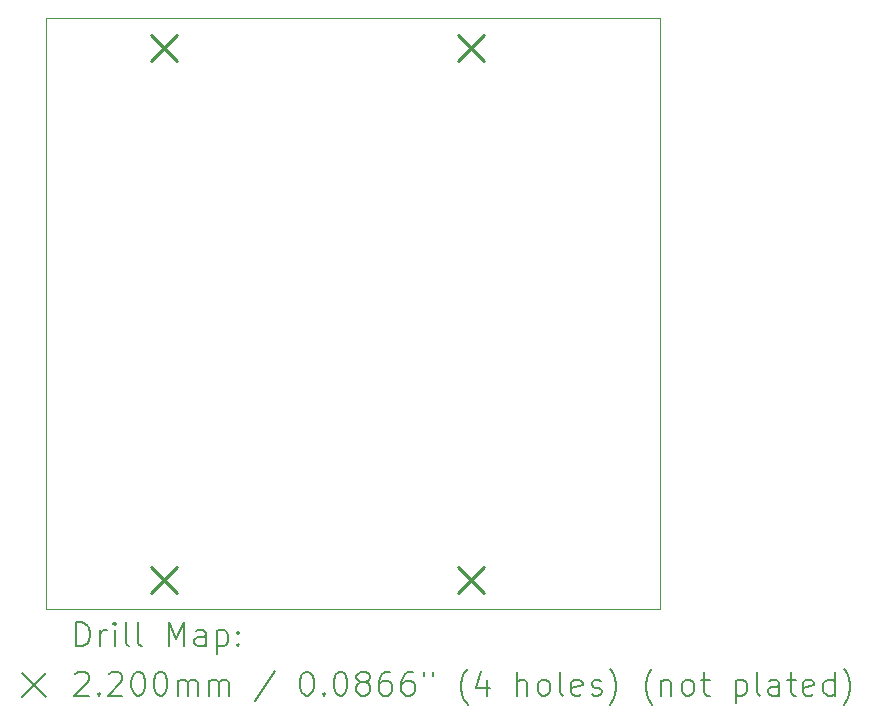
<source format=gbr>
%TF.GenerationSoftware,KiCad,Pcbnew,7.0.5*%
%TF.CreationDate,2023-07-17T11:59:49-04:00*%
%TF.ProjectId,Tadpole,54616470-6f6c-4652-9e6b-696361645f70,rev?*%
%TF.SameCoordinates,Original*%
%TF.FileFunction,Drillmap*%
%TF.FilePolarity,Positive*%
%FSLAX45Y45*%
G04 Gerber Fmt 4.5, Leading zero omitted, Abs format (unit mm)*
G04 Created by KiCad (PCBNEW 7.0.5) date 2023-07-17 11:59:49*
%MOMM*%
%LPD*%
G01*
G04 APERTURE LIST*
%ADD10C,0.100000*%
%ADD11C,0.200000*%
%ADD12C,0.220000*%
G04 APERTURE END LIST*
D10*
X11201400Y-7146280D02*
X16401400Y-7146280D01*
X16401400Y-12146280D01*
X11201400Y-12146280D01*
X11201400Y-7146280D01*
D11*
D12*
X12090000Y-7290000D02*
X12310000Y-7510000D01*
X12310000Y-7290000D02*
X12090000Y-7510000D01*
X12090000Y-11790000D02*
X12310000Y-12010000D01*
X12310000Y-11790000D02*
X12090000Y-12010000D01*
X14690000Y-7290000D02*
X14910000Y-7510000D01*
X14910000Y-7290000D02*
X14690000Y-7510000D01*
X14690000Y-11790000D02*
X14910000Y-12010000D01*
X14910000Y-11790000D02*
X14690000Y-12010000D01*
D11*
X11457177Y-12462764D02*
X11457177Y-12262764D01*
X11457177Y-12262764D02*
X11504796Y-12262764D01*
X11504796Y-12262764D02*
X11533367Y-12272288D01*
X11533367Y-12272288D02*
X11552415Y-12291335D01*
X11552415Y-12291335D02*
X11561939Y-12310383D01*
X11561939Y-12310383D02*
X11571462Y-12348478D01*
X11571462Y-12348478D02*
X11571462Y-12377049D01*
X11571462Y-12377049D02*
X11561939Y-12415145D01*
X11561939Y-12415145D02*
X11552415Y-12434192D01*
X11552415Y-12434192D02*
X11533367Y-12453240D01*
X11533367Y-12453240D02*
X11504796Y-12462764D01*
X11504796Y-12462764D02*
X11457177Y-12462764D01*
X11657177Y-12462764D02*
X11657177Y-12329430D01*
X11657177Y-12367526D02*
X11666701Y-12348478D01*
X11666701Y-12348478D02*
X11676224Y-12338954D01*
X11676224Y-12338954D02*
X11695272Y-12329430D01*
X11695272Y-12329430D02*
X11714320Y-12329430D01*
X11780986Y-12462764D02*
X11780986Y-12329430D01*
X11780986Y-12262764D02*
X11771462Y-12272288D01*
X11771462Y-12272288D02*
X11780986Y-12281811D01*
X11780986Y-12281811D02*
X11790510Y-12272288D01*
X11790510Y-12272288D02*
X11780986Y-12262764D01*
X11780986Y-12262764D02*
X11780986Y-12281811D01*
X11904796Y-12462764D02*
X11885748Y-12453240D01*
X11885748Y-12453240D02*
X11876224Y-12434192D01*
X11876224Y-12434192D02*
X11876224Y-12262764D01*
X12009558Y-12462764D02*
X11990510Y-12453240D01*
X11990510Y-12453240D02*
X11980986Y-12434192D01*
X11980986Y-12434192D02*
X11980986Y-12262764D01*
X12238129Y-12462764D02*
X12238129Y-12262764D01*
X12238129Y-12262764D02*
X12304796Y-12405621D01*
X12304796Y-12405621D02*
X12371462Y-12262764D01*
X12371462Y-12262764D02*
X12371462Y-12462764D01*
X12552415Y-12462764D02*
X12552415Y-12358002D01*
X12552415Y-12358002D02*
X12542891Y-12338954D01*
X12542891Y-12338954D02*
X12523843Y-12329430D01*
X12523843Y-12329430D02*
X12485748Y-12329430D01*
X12485748Y-12329430D02*
X12466701Y-12338954D01*
X12552415Y-12453240D02*
X12533367Y-12462764D01*
X12533367Y-12462764D02*
X12485748Y-12462764D01*
X12485748Y-12462764D02*
X12466701Y-12453240D01*
X12466701Y-12453240D02*
X12457177Y-12434192D01*
X12457177Y-12434192D02*
X12457177Y-12415145D01*
X12457177Y-12415145D02*
X12466701Y-12396097D01*
X12466701Y-12396097D02*
X12485748Y-12386573D01*
X12485748Y-12386573D02*
X12533367Y-12386573D01*
X12533367Y-12386573D02*
X12552415Y-12377049D01*
X12647653Y-12329430D02*
X12647653Y-12529430D01*
X12647653Y-12338954D02*
X12666701Y-12329430D01*
X12666701Y-12329430D02*
X12704796Y-12329430D01*
X12704796Y-12329430D02*
X12723843Y-12338954D01*
X12723843Y-12338954D02*
X12733367Y-12348478D01*
X12733367Y-12348478D02*
X12742891Y-12367526D01*
X12742891Y-12367526D02*
X12742891Y-12424668D01*
X12742891Y-12424668D02*
X12733367Y-12443716D01*
X12733367Y-12443716D02*
X12723843Y-12453240D01*
X12723843Y-12453240D02*
X12704796Y-12462764D01*
X12704796Y-12462764D02*
X12666701Y-12462764D01*
X12666701Y-12462764D02*
X12647653Y-12453240D01*
X12828605Y-12443716D02*
X12838129Y-12453240D01*
X12838129Y-12453240D02*
X12828605Y-12462764D01*
X12828605Y-12462764D02*
X12819082Y-12453240D01*
X12819082Y-12453240D02*
X12828605Y-12443716D01*
X12828605Y-12443716D02*
X12828605Y-12462764D01*
X12828605Y-12338954D02*
X12838129Y-12348478D01*
X12838129Y-12348478D02*
X12828605Y-12358002D01*
X12828605Y-12358002D02*
X12819082Y-12348478D01*
X12819082Y-12348478D02*
X12828605Y-12338954D01*
X12828605Y-12338954D02*
X12828605Y-12358002D01*
X10996400Y-12691280D02*
X11196400Y-12891280D01*
X11196400Y-12691280D02*
X10996400Y-12891280D01*
X11447653Y-12701811D02*
X11457177Y-12692288D01*
X11457177Y-12692288D02*
X11476224Y-12682764D01*
X11476224Y-12682764D02*
X11523843Y-12682764D01*
X11523843Y-12682764D02*
X11542891Y-12692288D01*
X11542891Y-12692288D02*
X11552415Y-12701811D01*
X11552415Y-12701811D02*
X11561939Y-12720859D01*
X11561939Y-12720859D02*
X11561939Y-12739907D01*
X11561939Y-12739907D02*
X11552415Y-12768478D01*
X11552415Y-12768478D02*
X11438129Y-12882764D01*
X11438129Y-12882764D02*
X11561939Y-12882764D01*
X11647653Y-12863716D02*
X11657177Y-12873240D01*
X11657177Y-12873240D02*
X11647653Y-12882764D01*
X11647653Y-12882764D02*
X11638129Y-12873240D01*
X11638129Y-12873240D02*
X11647653Y-12863716D01*
X11647653Y-12863716D02*
X11647653Y-12882764D01*
X11733367Y-12701811D02*
X11742891Y-12692288D01*
X11742891Y-12692288D02*
X11761939Y-12682764D01*
X11761939Y-12682764D02*
X11809558Y-12682764D01*
X11809558Y-12682764D02*
X11828605Y-12692288D01*
X11828605Y-12692288D02*
X11838129Y-12701811D01*
X11838129Y-12701811D02*
X11847653Y-12720859D01*
X11847653Y-12720859D02*
X11847653Y-12739907D01*
X11847653Y-12739907D02*
X11838129Y-12768478D01*
X11838129Y-12768478D02*
X11723843Y-12882764D01*
X11723843Y-12882764D02*
X11847653Y-12882764D01*
X11971462Y-12682764D02*
X11990510Y-12682764D01*
X11990510Y-12682764D02*
X12009558Y-12692288D01*
X12009558Y-12692288D02*
X12019082Y-12701811D01*
X12019082Y-12701811D02*
X12028605Y-12720859D01*
X12028605Y-12720859D02*
X12038129Y-12758954D01*
X12038129Y-12758954D02*
X12038129Y-12806573D01*
X12038129Y-12806573D02*
X12028605Y-12844668D01*
X12028605Y-12844668D02*
X12019082Y-12863716D01*
X12019082Y-12863716D02*
X12009558Y-12873240D01*
X12009558Y-12873240D02*
X11990510Y-12882764D01*
X11990510Y-12882764D02*
X11971462Y-12882764D01*
X11971462Y-12882764D02*
X11952415Y-12873240D01*
X11952415Y-12873240D02*
X11942891Y-12863716D01*
X11942891Y-12863716D02*
X11933367Y-12844668D01*
X11933367Y-12844668D02*
X11923843Y-12806573D01*
X11923843Y-12806573D02*
X11923843Y-12758954D01*
X11923843Y-12758954D02*
X11933367Y-12720859D01*
X11933367Y-12720859D02*
X11942891Y-12701811D01*
X11942891Y-12701811D02*
X11952415Y-12692288D01*
X11952415Y-12692288D02*
X11971462Y-12682764D01*
X12161939Y-12682764D02*
X12180986Y-12682764D01*
X12180986Y-12682764D02*
X12200034Y-12692288D01*
X12200034Y-12692288D02*
X12209558Y-12701811D01*
X12209558Y-12701811D02*
X12219082Y-12720859D01*
X12219082Y-12720859D02*
X12228605Y-12758954D01*
X12228605Y-12758954D02*
X12228605Y-12806573D01*
X12228605Y-12806573D02*
X12219082Y-12844668D01*
X12219082Y-12844668D02*
X12209558Y-12863716D01*
X12209558Y-12863716D02*
X12200034Y-12873240D01*
X12200034Y-12873240D02*
X12180986Y-12882764D01*
X12180986Y-12882764D02*
X12161939Y-12882764D01*
X12161939Y-12882764D02*
X12142891Y-12873240D01*
X12142891Y-12873240D02*
X12133367Y-12863716D01*
X12133367Y-12863716D02*
X12123843Y-12844668D01*
X12123843Y-12844668D02*
X12114320Y-12806573D01*
X12114320Y-12806573D02*
X12114320Y-12758954D01*
X12114320Y-12758954D02*
X12123843Y-12720859D01*
X12123843Y-12720859D02*
X12133367Y-12701811D01*
X12133367Y-12701811D02*
X12142891Y-12692288D01*
X12142891Y-12692288D02*
X12161939Y-12682764D01*
X12314320Y-12882764D02*
X12314320Y-12749430D01*
X12314320Y-12768478D02*
X12323843Y-12758954D01*
X12323843Y-12758954D02*
X12342891Y-12749430D01*
X12342891Y-12749430D02*
X12371463Y-12749430D01*
X12371463Y-12749430D02*
X12390510Y-12758954D01*
X12390510Y-12758954D02*
X12400034Y-12778002D01*
X12400034Y-12778002D02*
X12400034Y-12882764D01*
X12400034Y-12778002D02*
X12409558Y-12758954D01*
X12409558Y-12758954D02*
X12428605Y-12749430D01*
X12428605Y-12749430D02*
X12457177Y-12749430D01*
X12457177Y-12749430D02*
X12476224Y-12758954D01*
X12476224Y-12758954D02*
X12485748Y-12778002D01*
X12485748Y-12778002D02*
X12485748Y-12882764D01*
X12580986Y-12882764D02*
X12580986Y-12749430D01*
X12580986Y-12768478D02*
X12590510Y-12758954D01*
X12590510Y-12758954D02*
X12609558Y-12749430D01*
X12609558Y-12749430D02*
X12638129Y-12749430D01*
X12638129Y-12749430D02*
X12657177Y-12758954D01*
X12657177Y-12758954D02*
X12666701Y-12778002D01*
X12666701Y-12778002D02*
X12666701Y-12882764D01*
X12666701Y-12778002D02*
X12676224Y-12758954D01*
X12676224Y-12758954D02*
X12695272Y-12749430D01*
X12695272Y-12749430D02*
X12723843Y-12749430D01*
X12723843Y-12749430D02*
X12742891Y-12758954D01*
X12742891Y-12758954D02*
X12752415Y-12778002D01*
X12752415Y-12778002D02*
X12752415Y-12882764D01*
X13142891Y-12673240D02*
X12971463Y-12930383D01*
X13400034Y-12682764D02*
X13419082Y-12682764D01*
X13419082Y-12682764D02*
X13438129Y-12692288D01*
X13438129Y-12692288D02*
X13447653Y-12701811D01*
X13447653Y-12701811D02*
X13457177Y-12720859D01*
X13457177Y-12720859D02*
X13466701Y-12758954D01*
X13466701Y-12758954D02*
X13466701Y-12806573D01*
X13466701Y-12806573D02*
X13457177Y-12844668D01*
X13457177Y-12844668D02*
X13447653Y-12863716D01*
X13447653Y-12863716D02*
X13438129Y-12873240D01*
X13438129Y-12873240D02*
X13419082Y-12882764D01*
X13419082Y-12882764D02*
X13400034Y-12882764D01*
X13400034Y-12882764D02*
X13380986Y-12873240D01*
X13380986Y-12873240D02*
X13371463Y-12863716D01*
X13371463Y-12863716D02*
X13361939Y-12844668D01*
X13361939Y-12844668D02*
X13352415Y-12806573D01*
X13352415Y-12806573D02*
X13352415Y-12758954D01*
X13352415Y-12758954D02*
X13361939Y-12720859D01*
X13361939Y-12720859D02*
X13371463Y-12701811D01*
X13371463Y-12701811D02*
X13380986Y-12692288D01*
X13380986Y-12692288D02*
X13400034Y-12682764D01*
X13552415Y-12863716D02*
X13561939Y-12873240D01*
X13561939Y-12873240D02*
X13552415Y-12882764D01*
X13552415Y-12882764D02*
X13542891Y-12873240D01*
X13542891Y-12873240D02*
X13552415Y-12863716D01*
X13552415Y-12863716D02*
X13552415Y-12882764D01*
X13685748Y-12682764D02*
X13704796Y-12682764D01*
X13704796Y-12682764D02*
X13723844Y-12692288D01*
X13723844Y-12692288D02*
X13733367Y-12701811D01*
X13733367Y-12701811D02*
X13742891Y-12720859D01*
X13742891Y-12720859D02*
X13752415Y-12758954D01*
X13752415Y-12758954D02*
X13752415Y-12806573D01*
X13752415Y-12806573D02*
X13742891Y-12844668D01*
X13742891Y-12844668D02*
X13733367Y-12863716D01*
X13733367Y-12863716D02*
X13723844Y-12873240D01*
X13723844Y-12873240D02*
X13704796Y-12882764D01*
X13704796Y-12882764D02*
X13685748Y-12882764D01*
X13685748Y-12882764D02*
X13666701Y-12873240D01*
X13666701Y-12873240D02*
X13657177Y-12863716D01*
X13657177Y-12863716D02*
X13647653Y-12844668D01*
X13647653Y-12844668D02*
X13638129Y-12806573D01*
X13638129Y-12806573D02*
X13638129Y-12758954D01*
X13638129Y-12758954D02*
X13647653Y-12720859D01*
X13647653Y-12720859D02*
X13657177Y-12701811D01*
X13657177Y-12701811D02*
X13666701Y-12692288D01*
X13666701Y-12692288D02*
X13685748Y-12682764D01*
X13866701Y-12768478D02*
X13847653Y-12758954D01*
X13847653Y-12758954D02*
X13838129Y-12749430D01*
X13838129Y-12749430D02*
X13828606Y-12730383D01*
X13828606Y-12730383D02*
X13828606Y-12720859D01*
X13828606Y-12720859D02*
X13838129Y-12701811D01*
X13838129Y-12701811D02*
X13847653Y-12692288D01*
X13847653Y-12692288D02*
X13866701Y-12682764D01*
X13866701Y-12682764D02*
X13904796Y-12682764D01*
X13904796Y-12682764D02*
X13923844Y-12692288D01*
X13923844Y-12692288D02*
X13933367Y-12701811D01*
X13933367Y-12701811D02*
X13942891Y-12720859D01*
X13942891Y-12720859D02*
X13942891Y-12730383D01*
X13942891Y-12730383D02*
X13933367Y-12749430D01*
X13933367Y-12749430D02*
X13923844Y-12758954D01*
X13923844Y-12758954D02*
X13904796Y-12768478D01*
X13904796Y-12768478D02*
X13866701Y-12768478D01*
X13866701Y-12768478D02*
X13847653Y-12778002D01*
X13847653Y-12778002D02*
X13838129Y-12787526D01*
X13838129Y-12787526D02*
X13828606Y-12806573D01*
X13828606Y-12806573D02*
X13828606Y-12844668D01*
X13828606Y-12844668D02*
X13838129Y-12863716D01*
X13838129Y-12863716D02*
X13847653Y-12873240D01*
X13847653Y-12873240D02*
X13866701Y-12882764D01*
X13866701Y-12882764D02*
X13904796Y-12882764D01*
X13904796Y-12882764D02*
X13923844Y-12873240D01*
X13923844Y-12873240D02*
X13933367Y-12863716D01*
X13933367Y-12863716D02*
X13942891Y-12844668D01*
X13942891Y-12844668D02*
X13942891Y-12806573D01*
X13942891Y-12806573D02*
X13933367Y-12787526D01*
X13933367Y-12787526D02*
X13923844Y-12778002D01*
X13923844Y-12778002D02*
X13904796Y-12768478D01*
X14114320Y-12682764D02*
X14076225Y-12682764D01*
X14076225Y-12682764D02*
X14057177Y-12692288D01*
X14057177Y-12692288D02*
X14047653Y-12701811D01*
X14047653Y-12701811D02*
X14028606Y-12730383D01*
X14028606Y-12730383D02*
X14019082Y-12768478D01*
X14019082Y-12768478D02*
X14019082Y-12844668D01*
X14019082Y-12844668D02*
X14028606Y-12863716D01*
X14028606Y-12863716D02*
X14038129Y-12873240D01*
X14038129Y-12873240D02*
X14057177Y-12882764D01*
X14057177Y-12882764D02*
X14095272Y-12882764D01*
X14095272Y-12882764D02*
X14114320Y-12873240D01*
X14114320Y-12873240D02*
X14123844Y-12863716D01*
X14123844Y-12863716D02*
X14133367Y-12844668D01*
X14133367Y-12844668D02*
X14133367Y-12797049D01*
X14133367Y-12797049D02*
X14123844Y-12778002D01*
X14123844Y-12778002D02*
X14114320Y-12768478D01*
X14114320Y-12768478D02*
X14095272Y-12758954D01*
X14095272Y-12758954D02*
X14057177Y-12758954D01*
X14057177Y-12758954D02*
X14038129Y-12768478D01*
X14038129Y-12768478D02*
X14028606Y-12778002D01*
X14028606Y-12778002D02*
X14019082Y-12797049D01*
X14304796Y-12682764D02*
X14266701Y-12682764D01*
X14266701Y-12682764D02*
X14247653Y-12692288D01*
X14247653Y-12692288D02*
X14238129Y-12701811D01*
X14238129Y-12701811D02*
X14219082Y-12730383D01*
X14219082Y-12730383D02*
X14209558Y-12768478D01*
X14209558Y-12768478D02*
X14209558Y-12844668D01*
X14209558Y-12844668D02*
X14219082Y-12863716D01*
X14219082Y-12863716D02*
X14228606Y-12873240D01*
X14228606Y-12873240D02*
X14247653Y-12882764D01*
X14247653Y-12882764D02*
X14285748Y-12882764D01*
X14285748Y-12882764D02*
X14304796Y-12873240D01*
X14304796Y-12873240D02*
X14314320Y-12863716D01*
X14314320Y-12863716D02*
X14323844Y-12844668D01*
X14323844Y-12844668D02*
X14323844Y-12797049D01*
X14323844Y-12797049D02*
X14314320Y-12778002D01*
X14314320Y-12778002D02*
X14304796Y-12768478D01*
X14304796Y-12768478D02*
X14285748Y-12758954D01*
X14285748Y-12758954D02*
X14247653Y-12758954D01*
X14247653Y-12758954D02*
X14228606Y-12768478D01*
X14228606Y-12768478D02*
X14219082Y-12778002D01*
X14219082Y-12778002D02*
X14209558Y-12797049D01*
X14400034Y-12682764D02*
X14400034Y-12720859D01*
X14476225Y-12682764D02*
X14476225Y-12720859D01*
X14771463Y-12958954D02*
X14761939Y-12949430D01*
X14761939Y-12949430D02*
X14742891Y-12920859D01*
X14742891Y-12920859D02*
X14733368Y-12901811D01*
X14733368Y-12901811D02*
X14723844Y-12873240D01*
X14723844Y-12873240D02*
X14714320Y-12825621D01*
X14714320Y-12825621D02*
X14714320Y-12787526D01*
X14714320Y-12787526D02*
X14723844Y-12739907D01*
X14723844Y-12739907D02*
X14733368Y-12711335D01*
X14733368Y-12711335D02*
X14742891Y-12692288D01*
X14742891Y-12692288D02*
X14761939Y-12663716D01*
X14761939Y-12663716D02*
X14771463Y-12654192D01*
X14933368Y-12749430D02*
X14933368Y-12882764D01*
X14885748Y-12673240D02*
X14838129Y-12816097D01*
X14838129Y-12816097D02*
X14961939Y-12816097D01*
X15190510Y-12882764D02*
X15190510Y-12682764D01*
X15276225Y-12882764D02*
X15276225Y-12778002D01*
X15276225Y-12778002D02*
X15266701Y-12758954D01*
X15266701Y-12758954D02*
X15247653Y-12749430D01*
X15247653Y-12749430D02*
X15219082Y-12749430D01*
X15219082Y-12749430D02*
X15200034Y-12758954D01*
X15200034Y-12758954D02*
X15190510Y-12768478D01*
X15400034Y-12882764D02*
X15380987Y-12873240D01*
X15380987Y-12873240D02*
X15371463Y-12863716D01*
X15371463Y-12863716D02*
X15361939Y-12844668D01*
X15361939Y-12844668D02*
X15361939Y-12787526D01*
X15361939Y-12787526D02*
X15371463Y-12768478D01*
X15371463Y-12768478D02*
X15380987Y-12758954D01*
X15380987Y-12758954D02*
X15400034Y-12749430D01*
X15400034Y-12749430D02*
X15428606Y-12749430D01*
X15428606Y-12749430D02*
X15447653Y-12758954D01*
X15447653Y-12758954D02*
X15457177Y-12768478D01*
X15457177Y-12768478D02*
X15466701Y-12787526D01*
X15466701Y-12787526D02*
X15466701Y-12844668D01*
X15466701Y-12844668D02*
X15457177Y-12863716D01*
X15457177Y-12863716D02*
X15447653Y-12873240D01*
X15447653Y-12873240D02*
X15428606Y-12882764D01*
X15428606Y-12882764D02*
X15400034Y-12882764D01*
X15580987Y-12882764D02*
X15561939Y-12873240D01*
X15561939Y-12873240D02*
X15552415Y-12854192D01*
X15552415Y-12854192D02*
X15552415Y-12682764D01*
X15733368Y-12873240D02*
X15714320Y-12882764D01*
X15714320Y-12882764D02*
X15676225Y-12882764D01*
X15676225Y-12882764D02*
X15657177Y-12873240D01*
X15657177Y-12873240D02*
X15647653Y-12854192D01*
X15647653Y-12854192D02*
X15647653Y-12778002D01*
X15647653Y-12778002D02*
X15657177Y-12758954D01*
X15657177Y-12758954D02*
X15676225Y-12749430D01*
X15676225Y-12749430D02*
X15714320Y-12749430D01*
X15714320Y-12749430D02*
X15733368Y-12758954D01*
X15733368Y-12758954D02*
X15742891Y-12778002D01*
X15742891Y-12778002D02*
X15742891Y-12797049D01*
X15742891Y-12797049D02*
X15647653Y-12816097D01*
X15819082Y-12873240D02*
X15838130Y-12882764D01*
X15838130Y-12882764D02*
X15876225Y-12882764D01*
X15876225Y-12882764D02*
X15895272Y-12873240D01*
X15895272Y-12873240D02*
X15904796Y-12854192D01*
X15904796Y-12854192D02*
X15904796Y-12844668D01*
X15904796Y-12844668D02*
X15895272Y-12825621D01*
X15895272Y-12825621D02*
X15876225Y-12816097D01*
X15876225Y-12816097D02*
X15847653Y-12816097D01*
X15847653Y-12816097D02*
X15828606Y-12806573D01*
X15828606Y-12806573D02*
X15819082Y-12787526D01*
X15819082Y-12787526D02*
X15819082Y-12778002D01*
X15819082Y-12778002D02*
X15828606Y-12758954D01*
X15828606Y-12758954D02*
X15847653Y-12749430D01*
X15847653Y-12749430D02*
X15876225Y-12749430D01*
X15876225Y-12749430D02*
X15895272Y-12758954D01*
X15971463Y-12958954D02*
X15980987Y-12949430D01*
X15980987Y-12949430D02*
X16000034Y-12920859D01*
X16000034Y-12920859D02*
X16009558Y-12901811D01*
X16009558Y-12901811D02*
X16019082Y-12873240D01*
X16019082Y-12873240D02*
X16028606Y-12825621D01*
X16028606Y-12825621D02*
X16028606Y-12787526D01*
X16028606Y-12787526D02*
X16019082Y-12739907D01*
X16019082Y-12739907D02*
X16009558Y-12711335D01*
X16009558Y-12711335D02*
X16000034Y-12692288D01*
X16000034Y-12692288D02*
X15980987Y-12663716D01*
X15980987Y-12663716D02*
X15971463Y-12654192D01*
X16333368Y-12958954D02*
X16323844Y-12949430D01*
X16323844Y-12949430D02*
X16304796Y-12920859D01*
X16304796Y-12920859D02*
X16295272Y-12901811D01*
X16295272Y-12901811D02*
X16285749Y-12873240D01*
X16285749Y-12873240D02*
X16276225Y-12825621D01*
X16276225Y-12825621D02*
X16276225Y-12787526D01*
X16276225Y-12787526D02*
X16285749Y-12739907D01*
X16285749Y-12739907D02*
X16295272Y-12711335D01*
X16295272Y-12711335D02*
X16304796Y-12692288D01*
X16304796Y-12692288D02*
X16323844Y-12663716D01*
X16323844Y-12663716D02*
X16333368Y-12654192D01*
X16409558Y-12749430D02*
X16409558Y-12882764D01*
X16409558Y-12768478D02*
X16419082Y-12758954D01*
X16419082Y-12758954D02*
X16438130Y-12749430D01*
X16438130Y-12749430D02*
X16466701Y-12749430D01*
X16466701Y-12749430D02*
X16485749Y-12758954D01*
X16485749Y-12758954D02*
X16495272Y-12778002D01*
X16495272Y-12778002D02*
X16495272Y-12882764D01*
X16619082Y-12882764D02*
X16600034Y-12873240D01*
X16600034Y-12873240D02*
X16590511Y-12863716D01*
X16590511Y-12863716D02*
X16580987Y-12844668D01*
X16580987Y-12844668D02*
X16580987Y-12787526D01*
X16580987Y-12787526D02*
X16590511Y-12768478D01*
X16590511Y-12768478D02*
X16600034Y-12758954D01*
X16600034Y-12758954D02*
X16619082Y-12749430D01*
X16619082Y-12749430D02*
X16647653Y-12749430D01*
X16647653Y-12749430D02*
X16666701Y-12758954D01*
X16666701Y-12758954D02*
X16676225Y-12768478D01*
X16676225Y-12768478D02*
X16685749Y-12787526D01*
X16685749Y-12787526D02*
X16685749Y-12844668D01*
X16685749Y-12844668D02*
X16676225Y-12863716D01*
X16676225Y-12863716D02*
X16666701Y-12873240D01*
X16666701Y-12873240D02*
X16647653Y-12882764D01*
X16647653Y-12882764D02*
X16619082Y-12882764D01*
X16742892Y-12749430D02*
X16819082Y-12749430D01*
X16771463Y-12682764D02*
X16771463Y-12854192D01*
X16771463Y-12854192D02*
X16780987Y-12873240D01*
X16780987Y-12873240D02*
X16800034Y-12882764D01*
X16800034Y-12882764D02*
X16819082Y-12882764D01*
X17038130Y-12749430D02*
X17038130Y-12949430D01*
X17038130Y-12758954D02*
X17057177Y-12749430D01*
X17057177Y-12749430D02*
X17095273Y-12749430D01*
X17095273Y-12749430D02*
X17114320Y-12758954D01*
X17114320Y-12758954D02*
X17123844Y-12768478D01*
X17123844Y-12768478D02*
X17133368Y-12787526D01*
X17133368Y-12787526D02*
X17133368Y-12844668D01*
X17133368Y-12844668D02*
X17123844Y-12863716D01*
X17123844Y-12863716D02*
X17114320Y-12873240D01*
X17114320Y-12873240D02*
X17095273Y-12882764D01*
X17095273Y-12882764D02*
X17057177Y-12882764D01*
X17057177Y-12882764D02*
X17038130Y-12873240D01*
X17247654Y-12882764D02*
X17228606Y-12873240D01*
X17228606Y-12873240D02*
X17219082Y-12854192D01*
X17219082Y-12854192D02*
X17219082Y-12682764D01*
X17409558Y-12882764D02*
X17409558Y-12778002D01*
X17409558Y-12778002D02*
X17400035Y-12758954D01*
X17400035Y-12758954D02*
X17380987Y-12749430D01*
X17380987Y-12749430D02*
X17342892Y-12749430D01*
X17342892Y-12749430D02*
X17323844Y-12758954D01*
X17409558Y-12873240D02*
X17390511Y-12882764D01*
X17390511Y-12882764D02*
X17342892Y-12882764D01*
X17342892Y-12882764D02*
X17323844Y-12873240D01*
X17323844Y-12873240D02*
X17314320Y-12854192D01*
X17314320Y-12854192D02*
X17314320Y-12835145D01*
X17314320Y-12835145D02*
X17323844Y-12816097D01*
X17323844Y-12816097D02*
X17342892Y-12806573D01*
X17342892Y-12806573D02*
X17390511Y-12806573D01*
X17390511Y-12806573D02*
X17409558Y-12797049D01*
X17476225Y-12749430D02*
X17552415Y-12749430D01*
X17504796Y-12682764D02*
X17504796Y-12854192D01*
X17504796Y-12854192D02*
X17514320Y-12873240D01*
X17514320Y-12873240D02*
X17533368Y-12882764D01*
X17533368Y-12882764D02*
X17552415Y-12882764D01*
X17695273Y-12873240D02*
X17676225Y-12882764D01*
X17676225Y-12882764D02*
X17638130Y-12882764D01*
X17638130Y-12882764D02*
X17619082Y-12873240D01*
X17619082Y-12873240D02*
X17609558Y-12854192D01*
X17609558Y-12854192D02*
X17609558Y-12778002D01*
X17609558Y-12778002D02*
X17619082Y-12758954D01*
X17619082Y-12758954D02*
X17638130Y-12749430D01*
X17638130Y-12749430D02*
X17676225Y-12749430D01*
X17676225Y-12749430D02*
X17695273Y-12758954D01*
X17695273Y-12758954D02*
X17704796Y-12778002D01*
X17704796Y-12778002D02*
X17704796Y-12797049D01*
X17704796Y-12797049D02*
X17609558Y-12816097D01*
X17876225Y-12882764D02*
X17876225Y-12682764D01*
X17876225Y-12873240D02*
X17857177Y-12882764D01*
X17857177Y-12882764D02*
X17819082Y-12882764D01*
X17819082Y-12882764D02*
X17800035Y-12873240D01*
X17800035Y-12873240D02*
X17790511Y-12863716D01*
X17790511Y-12863716D02*
X17780987Y-12844668D01*
X17780987Y-12844668D02*
X17780987Y-12787526D01*
X17780987Y-12787526D02*
X17790511Y-12768478D01*
X17790511Y-12768478D02*
X17800035Y-12758954D01*
X17800035Y-12758954D02*
X17819082Y-12749430D01*
X17819082Y-12749430D02*
X17857177Y-12749430D01*
X17857177Y-12749430D02*
X17876225Y-12758954D01*
X17952416Y-12958954D02*
X17961939Y-12949430D01*
X17961939Y-12949430D02*
X17980987Y-12920859D01*
X17980987Y-12920859D02*
X17990511Y-12901811D01*
X17990511Y-12901811D02*
X18000035Y-12873240D01*
X18000035Y-12873240D02*
X18009558Y-12825621D01*
X18009558Y-12825621D02*
X18009558Y-12787526D01*
X18009558Y-12787526D02*
X18000035Y-12739907D01*
X18000035Y-12739907D02*
X17990511Y-12711335D01*
X17990511Y-12711335D02*
X17980987Y-12692288D01*
X17980987Y-12692288D02*
X17961939Y-12663716D01*
X17961939Y-12663716D02*
X17952416Y-12654192D01*
M02*

</source>
